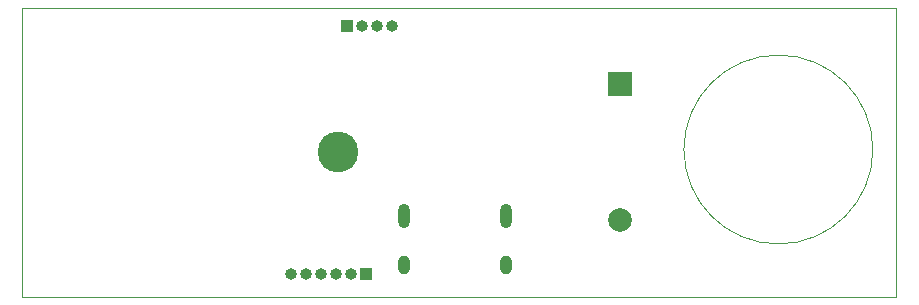
<source format=gbs>
G04 #@! TF.GenerationSoftware,KiCad,Pcbnew,8.0.4*
G04 #@! TF.CreationDate,2024-08-27T21:07:45-03:00*
G04 #@! TF.ProjectId,memo,6d656d6f-2e6b-4696-9361-645f70636258,rev?*
G04 #@! TF.SameCoordinates,Original*
G04 #@! TF.FileFunction,Soldermask,Bot*
G04 #@! TF.FilePolarity,Negative*
%FSLAX46Y46*%
G04 Gerber Fmt 4.6, Leading zero omitted, Abs format (unit mm)*
G04 Created by KiCad (PCBNEW 8.0.4) date 2024-08-27 21:07:45*
%MOMM*%
%LPD*%
G01*
G04 APERTURE LIST*
%ADD10R,1.000000X1.000000*%
%ADD11O,1.000000X1.000000*%
%ADD12O,1.000000X2.100000*%
%ADD13O,1.000000X1.600000*%
%ADD14C,3.450000*%
%ADD15R,2.000000X2.000000*%
%ADD16C,2.000000*%
G04 #@! TA.AperFunction,Profile*
%ADD17C,0.100000*%
G04 #@! TD*
G04 APERTURE END LIST*
D10*
X128625000Y-94000000D03*
D11*
X127355000Y-94000000D03*
X126085000Y-94000000D03*
X124815000Y-94000000D03*
X123545000Y-94000000D03*
X122275000Y-94000000D03*
D10*
X127000000Y-73050000D03*
D11*
X128270000Y-73050000D03*
X129540000Y-73050000D03*
X130810000Y-73050000D03*
D12*
X131760000Y-89120000D03*
D13*
X131760000Y-93300000D03*
D12*
X140400000Y-89120000D03*
D13*
X140400000Y-93300000D03*
D14*
X126250000Y-83735000D03*
D15*
X150050000Y-77985000D03*
D16*
X150050000Y-89485000D03*
D17*
X171500000Y-83500000D02*
G75*
G02*
X155500000Y-83500000I-8000000J0D01*
G01*
X155500000Y-83500000D02*
G75*
G02*
X171500000Y-83500000I8000000J0D01*
G01*
X99500000Y-71500000D02*
X173500000Y-71500000D01*
X173500000Y-96000000D01*
X99500000Y-96000000D01*
X99500000Y-71500000D01*
M02*

</source>
